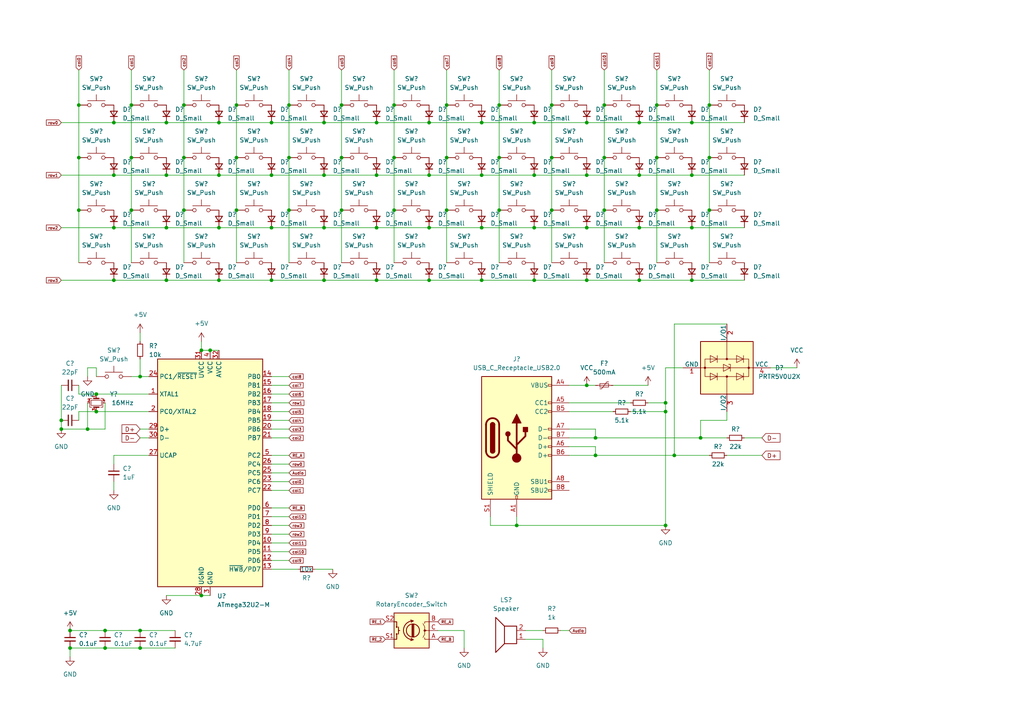
<source format=kicad_sch>
(kicad_sch (version 20211123) (generator eeschema)
  (paper "A4")
  (lib_symbols
    (symbol "Connector:USB_C_Receptacle_USB2.0" (pin_names (offset 1.016))
      (property "Reference" "J" (at -10.16 19.05 0))
      (property "Value" "USB_C_Receptacle_USB2.0" (at 19.05 19.05 0))
      (symbol "USB_C_Receptacle_USB2.0_1_1"
        (pin passive line (at 0 -22.86 90) (length 5.08) (name "GND") (number "A1"))
        (pin passive line (at 0 -22.86 90) (length 5.08) hide (name "GND") (number "A12"))
        (pin passive line (at 15.24 15.24 180) (length 5.08) (name "VBUS") (number "A4"))
        (pin bidirectional line (at 15.24 10.16 180) (length 5.08) (name "CC1") (number "A5"))
        (pin bidirectional line (at 15.24 -2.54 180) (length 5.08) (name "D+") (number "A6"))
        (pin bidirectional line (at 15.24 2.54 180) (length 5.08) (name "D-") (number "A7"))
        (pin bidirectional line (at 15.24 -12.7 180) (length 5.08) (name "SBU1") (number "A8"))
        (pin passive line (at 15.24 15.24 180) (length 5.08) hide (name "VBUS") (number "A9"))
        (pin passive line (at 0 -22.86 90) (length 5.08) hide (name "GND") (number "B1"))
        (pin passive line (at 0 -22.86 90) (length 5.08) hide (name "GND") (number "B12"))
        (pin passive line (at 15.24 15.24 180) (length 5.08) hide (name "VBUS") (number "B4"))
        (pin bidirectional line (at 15.24 7.62 180) (length 5.08) (name "CC2") (number "B5"))
        (pin bidirectional line (at 15.24 -5.08 180) (length 5.08) (name "D+") (number "B6"))
        (pin bidirectional line (at 15.24 0 180) (length 5.08) (name "D-") (number "B7"))
        (pin bidirectional line (at 15.24 -15.24 180) (length 5.08) (name "SBU2") (number "B8"))
        (pin passive line (at 15.24 15.24 180) (length 5.08) hide (name "VBUS") (number "B9"))
        (pin passive line (at -7.62 -22.86 90) (length 5.08) (name "SHIELD") (number "S1"))
      )
    )
    (symbol "Device:C_Small" (pin_numbers hide) (pin_names (offset 0.254) hide)
      (property "Reference" "C" (at 0.254 1.778 0))
      (property "Value" "C_Small" (at 0.254 -2.032 0))
      (symbol "C_Small_1_1"
        (pin passive line (at 0 2.54 270) (length 2.032) (name "~") (number "1"))
        (pin passive line (at 0 -2.54 90) (length 2.032) (name "~") (number "2"))
      )
    )
    (symbol "Device:Crystal_GND24_Small" (pin_names (offset 1.016) hide)
      (property "Reference" "Y" (at 1.27 4.445 0))
      (property "Value" "Crystal_GND24_Small" (at 1.27 2.54 0))
      (symbol "Crystal_GND24_Small_1_1"
        (pin passive line (at -2.54 0 0) (length 1.27) (name "1") (number "1"))
        (pin passive line (at 0 -2.54 90) (length 0.635) (name "2") (number "2"))
        (pin passive line (at 2.54 0 180) (length 1.27) (name "3") (number "3"))
        (pin passive line (at 0 2.54 270) (length 0.635) (name "4") (number "4"))
      )
    )
    (symbol "Device:D_Small" (pin_numbers hide) (pin_names (offset 0.254) hide)
      (property "Reference" "D" (at -1.27 2.032 0))
      (property "Value" "D_Small" (at -3.81 -2.032 0))
      (symbol "D_Small_1_1"
        (pin passive line (at -2.54 0 0) (length 1.778) (name "K") (number "1"))
        (pin passive line (at 2.54 0 180) (length 1.778) (name "A") (number "2"))
      )
    )
    (symbol "Device:Polyfuse_Small" (pin_numbers hide) (pin_names (offset 0))
      (property "Reference" "F" (at -1.905 0 90))
      (property "Value" "Polyfuse_Small" (at 1.905 0 90))
      (symbol "Polyfuse_Small_1_1"
        (pin passive line (at 0 2.54 270) (length 0.635) (name "~") (number "1"))
        (pin passive line (at 0 -2.54 90) (length 0.635) (name "~") (number "2"))
      )
    )
    (symbol "Device:R_Small" (pin_numbers hide) (pin_names (offset 0.254) hide)
      (property "Reference" "R" (at 0.762 0.508 0))
      (property "Value" "R_Small" (at 0.762 -1.016 0))
      (symbol "R_Small_1_1"
        (pin passive line (at 0 2.54 270) (length 0.762) (name "~") (number "1"))
        (pin passive line (at 0 -2.54 90) (length 0.762) (name "~") (number "2"))
      )
    )
    (symbol "Device:RotaryEncoder_Switch" (pin_names (offset 0.254) hide)
      (property "Reference" "SW" (at 0 6.604 0))
      (property "Value" "RotaryEncoder_Switch" (at 0 -6.604 0))
      (symbol "RotaryEncoder_Switch_1_1"
        (pin passive line (at -7.62 2.54 0) (length 2.54) (name "A") (number "A"))
        (pin passive line (at -7.62 -2.54 0) (length 2.54) (name "B") (number "B"))
        (pin passive line (at -7.62 0 0) (length 2.54) (name "C") (number "C"))
        (pin passive line (at 7.62 2.54 180) (length 2.54) (name "S1") (number "S1"))
        (pin passive line (at 7.62 -2.54 180) (length 2.54) (name "S2") (number "S2"))
      )
    )
    (symbol "Device:Speaker" (pin_names (offset 0) hide)
      (property "Reference" "LS" (at 1.27 5.715 0))
      (property "Value" "Speaker" (at 1.27 3.81 0))
      (symbol "Speaker_1_1"
        (pin input line (at -5.08 0 0) (length 2.54) (name "1") (number "1"))
        (pin input line (at -5.08 -2.54 0) (length 2.54) (name "2") (number "2"))
      )
    )
    (symbol "MCU_Microchip_ATmega:ATmega32U2-M"
      (property "Reference" "U" (at -15.24 34.29 0))
      (property "Value" "ATmega32U2-M" (at 2.54 -34.29 0))
      (symbol "ATmega32U2-M_1_1"
        (pin input line (at -17.78 22.86 0) (length 2.54) (name "XTAL1") (number "1"))
        (pin bidirectional line (at 17.78 -20.32 180) (length 2.54) (name "PD4") (number "10"))
        (pin bidirectional line (at 17.78 -22.86 180) (length 2.54) (name "PD5") (number "11"))
        (pin bidirectional line (at 17.78 -25.4 180) (length 2.54) (name "PD6") (number "12"))
        (pin bidirectional line (at 17.78 -27.94 180) (length 2.54) (name "~{HWB}/PD7") (number "13"))
        (pin bidirectional line (at 17.78 27.94 180) (length 2.54) (name "PB0") (number "14"))
        (pin bidirectional line (at 17.78 25.4 180) (length 2.54) (name "PB1") (number "15"))
        (pin bidirectional line (at 17.78 22.86 180) (length 2.54) (name "PB2") (number "16"))
        (pin bidirectional line (at 17.78 20.32 180) (length 2.54) (name "PB3") (number "17"))
        (pin bidirectional line (at 17.78 17.78 180) (length 2.54) (name "PB4") (number "18"))
        (pin bidirectional line (at 17.78 15.24 180) (length 2.54) (name "PB5") (number "19"))
        (pin bidirectional line (at -17.78 17.78 0) (length 2.54) (name "PC0/XTAL2") (number "2"))
        (pin bidirectional line (at 17.78 12.7 180) (length 2.54) (name "PB6") (number "20"))
        (pin bidirectional line (at 17.78 10.16 180) (length 2.54) (name "PB7") (number "21"))
        (pin bidirectional line (at 17.78 -5.08 180) (length 2.54) (name "PC7") (number "22"))
        (pin bidirectional line (at 17.78 -2.54 180) (length 2.54) (name "PC6") (number "23"))
        (pin bidirectional line (at -17.78 27.94 0) (length 2.54) (name "PC1/~{RESET}") (number "24"))
        (pin bidirectional line (at 17.78 0 180) (length 2.54) (name "PC5") (number "25"))
        (pin bidirectional line (at 17.78 2.54 180) (length 2.54) (name "PC4") (number "26"))
        (pin passive line (at -17.78 5.08 0) (length 2.54) (name "UCAP") (number "27"))
        (pin power_in line (at -2.54 -35.56 90) (length 2.54) (name "UGND") (number "28"))
        (pin bidirectional line (at -17.78 12.7 0) (length 2.54) (name "D+") (number "29"))
        (pin power_in line (at 0 -35.56 90) (length 2.54) (name "GND") (number "3"))
        (pin bidirectional line (at -17.78 10.16 0) (length 2.54) (name "D-") (number "30"))
        (pin power_in line (at -2.54 35.56 270) (length 2.54) (name "UVCC") (number "31"))
        (pin power_in line (at 2.54 35.56 270) (length 2.54) (name "AVCC") (number "32"))
        (pin passive line (at 0 -35.56 90) (length 2.54) hide (name "GND") (number "33"))
        (pin power_in line (at 0 35.56 270) (length 2.54) (name "VCC") (number "4"))
        (pin bidirectional line (at 17.78 5.08 180) (length 2.54) (name "PC2") (number "5"))
        (pin bidirectional line (at 17.78 -10.16 180) (length 2.54) (name "PD0") (number "6"))
        (pin bidirectional line (at 17.78 -12.7 180) (length 2.54) (name "PD1") (number "7"))
        (pin bidirectional line (at 17.78 -15.24 180) (length 2.54) (name "PD2") (number "8"))
        (pin bidirectional line (at 17.78 -17.78 180) (length 2.54) (name "PD3") (number "9"))
      )
    )
    (symbol "Power_Protection:PRTR5V0U2X" (pin_names (offset 0))
      (property "Reference" "D" (at 2.794 8.636 0))
      (property "Value" "PRTR5V0U2X" (at 8.128 -9.398 0))
      (symbol "PRTR5V0U2X_1_1"
        (pin passive line (at 0 -12.7 90) (length 5.08) (name "GND") (number "1"))
        (pin passive line (at -12.7 0 0) (length 5.08) (name "I/O1") (number "2"))
        (pin passive line (at 12.7 0 180) (length 5.08) (name "I/O2") (number "3"))
        (pin passive line (at 0 12.7 270) (length 5.08) (name "VCC") (number "4"))
      )
    )
    (symbol "Switch:SW_Push" (pin_numbers hide) (pin_names (offset 1.016) hide)
      (property "Reference" "SW" (at 1.27 2.54 0))
      (property "Value" "SW_Push" (at 0 -1.524 0))
      (symbol "SW_Push_0_1"
        (pin passive line (at -5.08 0 0) (length 2.54) (name "1") (number "1"))
        (pin passive line (at 5.08 0 180) (length 2.54) (name "2") (number "2"))
      )
    )
    (symbol "power:+5V" (power) (pin_names (offset 0))
      (property "Value" "+5V" (at 0 3.556 0))
      (symbol "+5V_1_1"
        (pin power_in line (at 0 0 90) (length 0) hide (name "+5V") (number "1"))
      )
    )
    (symbol "power:GND" (power) (pin_names (offset 0))
      (property "Value" "GND" (at 0 -3.81 0))
      (symbol "GND_1_1"
        (pin power_in line (at 0 0 270) (length 0) hide (name "GND") (number "1"))
      )
    )
    (symbol "power:VCC" (power) (pin_names (offset 0))
      (property "Value" "VCC" (at 0 3.81 0))
      (symbol "VCC_1_1"
        (pin power_in line (at 0 0 90) (length 0) hide (name "VCC") (number "1"))
      )
    )
  )
  (junction (at 144.78 30.48))
  (junction (at 205.74 60.96))
  (junction (at 190.5 60.96))
  (junction (at 99.06 30.48))
  (junction (at 68.58 30.48))
  (junction (at 124.46 66.04))
  (junction (at 83.82 30.48))
  (junction (at 38.1 30.48))
  (junction (at 40.64 109.22))
  (junction (at 139.7 35.56))
  (junction (at 109.22 35.56))
  (junction (at 20.32 182.88))
  (junction (at 60.96 101.6))
  (junction (at 30.48 182.88))
  (junction (at 93.98 50.8))
  (junction (at 99.06 45.72))
  (junction (at 93.98 66.04))
  (junction (at 124.46 35.56))
  (junction (at 22.86 60.96))
  (junction (at 170.18 81.28))
  (junction (at 63.5 35.56))
  (junction (at 58.42 172.72))
  (junction (at 193.04 152.4))
  (junction (at 154.94 35.56))
  (junction (at 78.74 81.28))
  (junction (at 139.7 66.04))
  (junction (at 20.32 187.96))
  (junction (at 185.42 81.28))
  (junction (at 22.86 45.72))
  (junction (at 17.78 124.46))
  (junction (at 78.74 50.8))
  (junction (at 48.26 66.04))
  (junction (at 124.46 81.28))
  (junction (at 78.74 66.04))
  (junction (at 160.02 30.48))
  (junction (at 109.22 81.28))
  (junction (at 170.18 111.76))
  (junction (at 114.3 45.72))
  (junction (at 190.5 45.72))
  (junction (at 195.58 132.08))
  (junction (at 30.48 187.96))
  (junction (at 99.06 60.96))
  (junction (at 48.26 81.28))
  (junction (at 114.3 60.96))
  (junction (at 53.34 30.48))
  (junction (at 33.02 81.28))
  (junction (at 129.54 60.96))
  (junction (at 154.94 66.04))
  (junction (at 129.54 30.48))
  (junction (at 38.1 60.96))
  (junction (at 129.54 45.72))
  (junction (at 93.98 81.28))
  (junction (at 200.66 35.56))
  (junction (at 139.7 81.28))
  (junction (at 109.22 66.04))
  (junction (at 53.34 60.96))
  (junction (at 63.5 50.8))
  (junction (at 200.66 66.04))
  (junction (at 124.46 50.8))
  (junction (at 175.26 30.48))
  (junction (at 68.58 60.96))
  (junction (at 33.02 66.04))
  (junction (at 17.78 121.92))
  (junction (at 205.74 45.72))
  (junction (at 200.66 81.28))
  (junction (at 93.98 35.56))
  (junction (at 160.02 60.96))
  (junction (at 48.26 50.8))
  (junction (at 83.82 45.72))
  (junction (at 170.18 66.04))
  (junction (at 78.74 35.56))
  (junction (at 175.26 45.72))
  (junction (at 190.5 30.48))
  (junction (at 53.34 45.72))
  (junction (at 114.3 30.48))
  (junction (at 40.64 182.88))
  (junction (at 27.94 114.3))
  (junction (at 144.78 45.72))
  (junction (at 193.04 119.38))
  (junction (at 58.42 101.6))
  (junction (at 200.66 50.8))
  (junction (at 172.72 127))
  (junction (at 27.94 119.38))
  (junction (at 33.02 35.56))
  (junction (at 149.86 152.4))
  (junction (at 33.02 50.8))
  (junction (at 22.86 30.48))
  (junction (at 175.26 60.96))
  (junction (at 205.74 30.48))
  (junction (at 185.42 66.04))
  (junction (at 48.26 35.56))
  (junction (at 25.4 124.46))
  (junction (at 185.42 35.56))
  (junction (at 109.22 50.8))
  (junction (at 193.04 116.84))
  (junction (at 203.2 127))
  (junction (at 144.78 60.96))
  (junction (at 185.42 50.8))
  (junction (at 170.18 35.56))
  (junction (at 38.1 45.72))
  (junction (at 160.02 45.72))
  (junction (at 172.72 132.08))
  (junction (at 139.7 50.8))
  (junction (at 154.94 50.8))
  (junction (at 40.64 187.96))
  (junction (at 83.82 60.96))
  (junction (at 154.94 81.28))
  (junction (at 63.5 81.28))
  (junction (at 63.5 66.04))
  (junction (at 170.18 50.8))
  (junction (at 68.58 45.72))
  (wire (pts (xy 160.02 20.32) (xy 160.02 30.48)))
  (wire (pts (xy 78.74 152.4) (xy 83.82 152.4)))
  (wire (pts (xy 200.66 66.04) (xy 215.9 66.04)))
  (wire (pts (xy 17.78 66.04) (xy 33.02 66.04)))
  (wire (pts (xy 93.98 66.04) (xy 109.22 66.04)))
  (wire (pts (xy 78.74 137.16) (xy 83.82 137.16)))
  (wire (pts (xy 27.94 119.38) (xy 43.18 119.38)))
  (wire (pts (xy 195.58 132.08) (xy 205.74 132.08)))
  (wire (pts (xy 175.26 20.32) (xy 175.26 30.48)))
  (wire (pts (xy 99.06 45.72) (xy 99.06 60.96)))
  (wire (pts (xy 162.56 182.88) (xy 165.1 182.88)))
  (wire (pts (xy 200.66 50.8) (xy 215.9 50.8)))
  (wire (pts (xy 193.04 119.38) (xy 193.04 152.4)))
  (wire (pts (xy 154.94 35.56) (xy 170.18 35.56)))
  (wire (pts (xy 154.94 81.28) (xy 170.18 81.28)))
  (wire (pts (xy 185.42 81.28) (xy 200.66 81.28)))
  (wire (pts (xy 139.7 81.28) (xy 154.94 81.28)))
  (wire (pts (xy 190.5 30.48) (xy 190.5 45.72)))
  (wire (pts (xy 25.4 106.68) (xy 25.4 109.22)))
  (wire (pts (xy 165.1 111.76) (xy 170.18 111.76)))
  (wire (pts (xy 157.48 185.42) (xy 157.48 187.96)))
  (wire (pts (xy 139.7 66.04) (xy 154.94 66.04)))
  (wire (pts (xy 38.1 45.72) (xy 38.1 60.96)))
  (wire (pts (xy 22.86 60.96) (xy 22.86 76.2)))
  (wire (pts (xy 129.54 30.48) (xy 129.54 45.72)))
  (wire (pts (xy 195.58 93.98) (xy 195.58 132.08)))
  (wire (pts (xy 17.78 50.8) (xy 33.02 50.8)))
  (wire (pts (xy 33.02 142.24) (xy 33.02 139.7)))
  (wire (pts (xy 53.34 60.96) (xy 53.34 76.2)))
  (wire (pts (xy 60.96 101.6) (xy 63.5 101.6)))
  (wire (pts (xy 172.72 129.54) (xy 172.72 132.08)))
  (wire (pts (xy 53.34 30.48) (xy 53.34 45.72)))
  (wire (pts (xy 17.78 81.28) (xy 33.02 81.28)))
  (wire (pts (xy 83.82 30.48) (xy 83.82 45.72)))
  (wire (pts (xy 20.32 187.96) (xy 30.48 187.96)))
  (wire (pts (xy 63.5 50.8) (xy 78.74 50.8)))
  (wire (pts (xy 127 182.88) (xy 134.62 182.88)))
  (wire (pts (xy 149.86 152.4) (xy 193.04 152.4)))
  (wire (pts (xy 38.1 60.96) (xy 38.1 76.2)))
  (wire (pts (xy 154.94 50.8) (xy 170.18 50.8)))
  (wire (pts (xy 93.98 50.8) (xy 109.22 50.8)))
  (wire (pts (xy 205.74 60.96) (xy 205.74 76.2)))
  (wire (pts (xy 63.5 66.04) (xy 78.74 66.04)))
  (wire (pts (xy 134.62 182.88) (xy 134.62 187.96)))
  (wire (pts (xy 25.4 116.84) (xy 25.4 124.46)))
  (wire (pts (xy 33.02 132.08) (xy 43.18 132.08)))
  (wire (pts (xy 210.82 119.38) (xy 210.82 121.92)))
  (wire (pts (xy 68.58 20.32) (xy 68.58 30.48)))
  (wire (pts (xy 165.1 119.38) (xy 177.8 119.38)))
  (wire (pts (xy 22.86 121.92) (xy 22.86 119.38)))
  (wire (pts (xy 58.42 101.6) (xy 60.96 101.6)))
  (wire (pts (xy 93.98 81.28) (xy 109.22 81.28)))
  (wire (pts (xy 172.72 127) (xy 203.2 127)))
  (wire (pts (xy 68.58 60.96) (xy 68.58 76.2)))
  (wire (pts (xy 149.86 149.86) (xy 149.86 152.4)))
  (wire (pts (xy 78.74 81.28) (xy 93.98 81.28)))
  (wire (pts (xy 198.12 106.68) (xy 193.04 106.68)))
  (wire (pts (xy 27.94 114.3) (xy 43.18 114.3)))
  (wire (pts (xy 99.06 20.32) (xy 99.06 30.48)))
  (wire (pts (xy 160.02 60.96) (xy 160.02 76.2)))
  (wire (pts (xy 48.26 66.04) (xy 63.5 66.04)))
  (wire (pts (xy 38.1 109.22) (xy 40.64 109.22)))
  (wire (pts (xy 210.82 93.98) (xy 195.58 93.98)))
  (wire (pts (xy 165.1 124.46) (xy 172.72 124.46)))
  (wire (pts (xy 20.32 187.96) (xy 20.32 190.5)))
  (wire (pts (xy 78.74 50.8) (xy 93.98 50.8)))
  (wire (pts (xy 17.78 111.76) (xy 17.78 121.92)))
  (wire (pts (xy 63.5 35.56) (xy 78.74 35.56)))
  (wire (pts (xy 78.74 116.84) (xy 83.82 116.84)))
  (wire (pts (xy 78.74 134.62) (xy 83.82 134.62)))
  (wire (pts (xy 124.46 35.56) (xy 139.7 35.56)))
  (wire (pts (xy 78.74 142.24) (xy 83.82 142.24)))
  (wire (pts (xy 78.74 147.32) (xy 83.82 147.32)))
  (wire (pts (xy 83.82 45.72) (xy 83.82 60.96)))
  (wire (pts (xy 30.48 116.84) (xy 30.48 124.46)))
  (wire (pts (xy 170.18 50.8) (xy 185.42 50.8)))
  (wire (pts (xy 175.26 30.48) (xy 175.26 45.72)))
  (wire (pts (xy 109.22 66.04) (xy 124.46 66.04)))
  (wire (pts (xy 109.22 50.8) (xy 124.46 50.8)))
  (wire (pts (xy 165.1 129.54) (xy 172.72 129.54)))
  (wire (pts (xy 78.74 132.08) (xy 83.82 132.08)))
  (wire (pts (xy 40.64 104.14) (xy 40.64 109.22)))
  (wire (pts (xy 40.64 124.46) (xy 43.18 124.46)))
  (wire (pts (xy 99.06 30.48) (xy 99.06 45.72)))
  (wire (pts (xy 48.26 50.8) (xy 63.5 50.8)))
  (wire (pts (xy 78.74 35.56) (xy 93.98 35.56)))
  (wire (pts (xy 33.02 132.08) (xy 33.02 134.62)))
  (wire (pts (xy 124.46 50.8) (xy 139.7 50.8)))
  (wire (pts (xy 114.3 60.96) (xy 114.3 76.2)))
  (wire (pts (xy 40.64 96.52) (xy 40.64 99.06)))
  (wire (pts (xy 22.86 20.32) (xy 22.86 30.48)))
  (wire (pts (xy 129.54 45.72) (xy 129.54 60.96)))
  (wire (pts (xy 223.52 106.68) (xy 231.14 106.68)))
  (wire (pts (xy 38.1 20.32) (xy 38.1 30.48)))
  (wire (pts (xy 142.24 149.86) (xy 142.24 152.4)))
  (wire (pts (xy 30.48 187.96) (xy 40.64 187.96)))
  (wire (pts (xy 170.18 66.04) (xy 185.42 66.04)))
  (wire (pts (xy 175.26 45.72) (xy 175.26 60.96)))
  (wire (pts (xy 53.34 20.32) (xy 53.34 30.48)))
  (wire (pts (xy 190.5 60.96) (xy 190.5 76.2)))
  (wire (pts (xy 38.1 30.48) (xy 38.1 45.72)))
  (wire (pts (xy 78.74 66.04) (xy 93.98 66.04)))
  (wire (pts (xy 40.64 109.22) (xy 43.18 109.22)))
  (wire (pts (xy 22.86 30.48) (xy 22.86 45.72)))
  (wire (pts (xy 139.7 35.56) (xy 154.94 35.56)))
  (wire (pts (xy 129.54 60.96) (xy 129.54 76.2)))
  (wire (pts (xy 205.74 30.48) (xy 205.74 45.72)))
  (wire (pts (xy 185.42 50.8) (xy 200.66 50.8)))
  (wire (pts (xy 165.1 127) (xy 172.72 127)))
  (wire (pts (xy 160.02 30.48) (xy 160.02 45.72)))
  (wire (pts (xy 27.94 106.68) (xy 25.4 106.68)))
  (wire (pts (xy 99.06 60.96) (xy 99.06 76.2)))
  (wire (pts (xy 170.18 81.28) (xy 185.42 81.28)))
  (wire (pts (xy 144.78 30.48) (xy 144.78 45.72)))
  (wire (pts (xy 91.44 165.1) (xy 96.52 165.1)))
  (wire (pts (xy 93.98 35.56) (xy 109.22 35.56)))
  (wire (pts (xy 58.42 172.72) (xy 60.96 172.72)))
  (wire (pts (xy 33.02 66.04) (xy 48.26 66.04)))
  (wire (pts (xy 22.86 111.76) (xy 22.86 114.3)))
  (wire (pts (xy 114.3 30.48) (xy 114.3 45.72)))
  (wire (pts (xy 78.74 139.7) (xy 83.82 139.7)))
  (wire (pts (xy 193.04 116.84) (xy 193.04 119.38)))
  (wire (pts (xy 124.46 81.28) (xy 139.7 81.28)))
  (wire (pts (xy 78.74 109.22) (xy 83.82 109.22)))
  (wire (pts (xy 78.74 160.02) (xy 83.82 160.02)))
  (wire (pts (xy 185.42 35.56) (xy 200.66 35.56)))
  (wire (pts (xy 185.42 66.04) (xy 200.66 66.04)))
  (wire (pts (xy 205.74 45.72) (xy 205.74 60.96)))
  (wire (pts (xy 109.22 81.28) (xy 124.46 81.28)))
  (wire (pts (xy 170.18 35.56) (xy 185.42 35.56)))
  (wire (pts (xy 177.8 111.76) (xy 187.96 111.76)))
  (wire (pts (xy 33.02 35.56) (xy 48.26 35.56)))
  (wire (pts (xy 25.4 124.46) (xy 17.78 124.46)))
  (wire (pts (xy 78.74 114.3) (xy 83.82 114.3)))
  (wire (pts (xy 22.86 119.38) (xy 27.94 119.38)))
  (wire (pts (xy 22.86 114.3) (xy 27.94 114.3)))
  (wire (pts (xy 83.82 60.96) (xy 83.82 76.2)))
  (wire (pts (xy 172.72 124.46) (xy 172.72 127)))
  (wire (pts (xy 152.4 182.88) (xy 157.48 182.88)))
  (wire (pts (xy 152.4 185.42) (xy 157.48 185.42)))
  (wire (pts (xy 114.3 20.32) (xy 114.3 30.48)))
  (wire (pts (xy 17.78 35.56) (xy 33.02 35.56)))
  (wire (pts (xy 190.5 20.32) (xy 190.5 30.48)))
  (wire (pts (xy 48.26 81.28) (xy 63.5 81.28)))
  (wire (pts (xy 30.48 124.46) (xy 25.4 124.46)))
  (wire (pts (xy 78.74 154.94) (xy 83.82 154.94)))
  (wire (pts (xy 20.32 182.88) (xy 30.48 182.88)))
  (wire (pts (xy 78.74 149.86) (xy 83.82 149.86)))
  (wire (pts (xy 40.64 127) (xy 43.18 127)))
  (wire (pts (xy 78.74 121.92) (xy 83.82 121.92)))
  (wire (pts (xy 114.3 45.72) (xy 114.3 60.96)))
  (wire (pts (xy 154.94 66.04) (xy 170.18 66.04)))
  (wire (pts (xy 200.66 35.56) (xy 215.9 35.56)))
  (wire (pts (xy 139.7 50.8) (xy 154.94 50.8)))
  (wire (pts (xy 172.72 132.08) (xy 195.58 132.08)))
  (wire (pts (xy 165.1 132.08) (xy 172.72 132.08)))
  (wire (pts (xy 165.1 116.84) (xy 182.88 116.84)))
  (wire (pts (xy 78.74 157.48) (xy 83.82 157.48)))
  (wire (pts (xy 40.64 182.88) (xy 50.8 182.88)))
  (wire (pts (xy 144.78 60.96) (xy 144.78 76.2)))
  (wire (pts (xy 203.2 121.92) (xy 203.2 127)))
  (wire (pts (xy 63.5 81.28) (xy 78.74 81.28)))
  (wire (pts (xy 48.26 35.56) (xy 63.5 35.56)))
  (wire (pts (xy 175.26 60.96) (xy 175.26 76.2)))
  (wire (pts (xy 17.78 121.92) (xy 17.78 124.46)))
  (wire (pts (xy 182.88 119.38) (xy 193.04 119.38)))
  (wire (pts (xy 187.96 116.84) (xy 193.04 116.84)))
  (wire (pts (xy 53.34 45.72) (xy 53.34 60.96)))
  (wire (pts (xy 78.74 111.76) (xy 83.82 111.76)))
  (wire (pts (xy 200.66 81.28) (xy 215.9 81.28)))
  (wire (pts (xy 203.2 127) (xy 210.82 127)))
  (wire (pts (xy 58.42 172.72) (xy 48.26 172.72)))
  (wire (pts (xy 215.9 127) (xy 220.98 127)))
  (wire (pts (xy 129.54 20.32) (xy 129.54 30.48)))
  (wire (pts (xy 78.74 127) (xy 83.82 127)))
  (wire (pts (xy 83.82 20.32) (xy 83.82 30.48)))
  (wire (pts (xy 78.74 165.1) (xy 86.36 165.1)))
  (wire (pts (xy 144.78 45.72) (xy 144.78 60.96)))
  (wire (pts (xy 149.86 152.4) (xy 142.24 152.4)))
  (wire (pts (xy 33.02 50.8) (xy 48.26 50.8)))
  (wire (pts (xy 210.82 121.92) (xy 203.2 121.92)))
  (wire (pts (xy 78.74 124.46) (xy 83.82 124.46)))
  (wire (pts (xy 22.86 45.72) (xy 22.86 60.96)))
  (wire (pts (xy 68.58 30.48) (xy 68.58 45.72)))
  (wire (pts (xy 58.42 99.06) (xy 58.42 101.6)))
  (wire (pts (xy 205.74 20.32) (xy 205.74 30.48)))
  (wire (pts (xy 124.46 66.04) (xy 139.7 66.04)))
  (wire (pts (xy 160.02 45.72) (xy 160.02 60.96)))
  (wire (pts (xy 68.58 45.72) (xy 68.58 60.96)))
  (wire (pts (xy 144.78 20.32) (xy 144.78 30.48)))
  (wire (pts (xy 109.22 35.56) (xy 124.46 35.56)))
  (wire (pts (xy 78.74 162.56) (xy 83.82 162.56)))
  (wire (pts (xy 40.64 187.96) (xy 50.8 187.96)))
  (wire (pts (xy 170.18 111.76) (xy 172.72 111.76)))
  (wire (pts (xy 78.74 119.38) (xy 83.82 119.38)))
  (wire (pts (xy 210.82 132.08) (xy 220.98 132.08)))
  (wire (pts (xy 33.02 81.28) (xy 48.26 81.28)))
  (wire (pts (xy 190.5 45.72) (xy 190.5 60.96)))
  (wire (pts (xy 193.04 106.68) (xy 193.04 116.84)))
  (wire (pts (xy 27.94 109.22) (xy 27.94 106.68)))
  (wire (pts (xy 30.48 182.88) (xy 40.64 182.88)))
  (global_label "col3" (shape input) (at 83.82 124.46 0) (effects (font (size 0.8 0.8))) (property "Intersheet References" "${INTERSHEET_REFS}" (effects hide)))
  (global_label "col5" (shape input) (at 99.06 20.32 90) (effects (font (size 0.8 0.8))) (property "Intersheet References" "${INTERSHEET_REFS}" (effects hide)))
  (global_label "col11" (shape input) (at 83.82 157.48 0) (effects (font (size 0.8 0.8))) (property "Intersheet References" "${INTERSHEET_REFS}" (effects hide)))
  (global_label "col2" (shape input) (at 83.82 127 0) (effects (font (size 0.8 0.8))) (property "Intersheet References" "${INTERSHEET_REFS}" (effects hide)))
  (global_label "RE_B" (shape input) (at 127 185.42 0) (effects (font (size 0.8 0.8))) (property "Intersheet References" "${INTERSHEET_REFS}" (effects hide)))
  (global_label "col10" (shape input) (at 175.26 20.32 90) (effects (font (size 0.8 0.8))) (property "Intersheet References" "${INTERSHEET_REFS}" (effects hide)))
  (global_label "col4" (shape input) (at 83.82 121.92 0) (effects (font (size 0.8 0.8))) (property "Intersheet References" "${INTERSHEET_REFS}" (effects hide)))
  (global_label "col12" (shape input) (at 83.82 149.86 0) (effects (font (size 0.8 0.8))) (property "Intersheet References" "${INTERSHEET_REFS}" (effects hide)))
  (global_label "col8" (shape input) (at 144.78 20.32 90) (effects (font (size 0.8 0.8))) (property "Intersheet References" "${INTERSHEET_REFS}" (effects hide)))
  (global_label "col3" (shape input) (at 68.58 20.32 90) (effects (font (size 0.8 0.8))) (property "Intersheet References" "${INTERSHEET_REFS}" (effects hide)))
  (global_label "col5" (shape input) (at 83.82 119.38 0) (effects (font (size 0.8 0.8))) (property "Intersheet References" "${INTERSHEET_REFS}" (effects hide)))
  (global_label "col12" (shape input) (at 205.74 20.32 90) (effects (font (size 0.8 0.8))) (property "Intersheet References" "${INTERSHEET_REFS}" (effects hide)))
  (global_label "RE_B" (shape input) (at 83.82 147.32 0) (effects (font (size 0.8 0.8))) (property "Intersheet References" "${INTERSHEET_REFS}" (effects hide)))
  (global_label "col11" (shape input) (at 190.5 20.32 90) (effects (font (size 0.8 0.8))) (property "Intersheet References" "${INTERSHEET_REFS}" (effects hide)))
  (global_label "row2" (shape input) (at 17.78 66.04 180) (effects (font (size 0.8 0.8))) (property "Intersheet References" "${INTERSHEET_REFS}" (effects hide)))
  (global_label "row0" (shape input) (at 17.78 35.56 180) (effects (font (size 0.8 0.8))) (property "Intersheet References" "${INTERSHEET_REFS}" (effects hide)))
  (global_label "RE_A" (shape input) (at 83.82 132.08 0) (effects (font (size 0.8 0.8))) (property "Intersheet References" "${INTERSHEET_REFS}" (effects hide)))
  (global_label "row3" (shape input) (at 17.78 81.28 180) (effects (font (size 0.8 0.8))) (property "Intersheet References" "${INTERSHEET_REFS}" (effects hide)))
  (global_label "col10" (shape input) (at 83.82 160.02 0) (effects (font (size 0.8 0.8))) (property "Intersheet References" "${INTERSHEET_REFS}" (effects hide)))
  (global_label "col0" (shape input) (at 83.82 139.7 0) (effects (font (size 0.8 0.8))) (property "Intersheet References" "${INTERSHEET_REFS}" (effects hide)))
  (global_label "col1" (shape input) (at 38.1 20.32 90) (effects (font (size 0.8 0.8))) (property "Intersheet References" "${INTERSHEET_REFS}" (effects hide)))
  (global_label "col6" (shape input) (at 83.82 114.3 0) (effects (font (size 0.8 0.8))) (property "Intersheet References" "${INTERSHEET_REFS}" (effects hide)))
  (global_label "D-" (shape input) (at 40.64 127 180) (property "Intersheet References" "${INTERSHEET_REFS}" (effects hide)))
  (global_label "col7" (shape input) (at 83.82 111.76 0) (effects (font (size 0.8 0.8))) (property "Intersheet References" "${INTERSHEET_REFS}" (effects hide)))
  (global_label "col9" (shape input) (at 160.02 20.32 90) (effects (font (size 0.8 0.8))) (property "Intersheet References" "${INTERSHEET_REFS}" (effects hide)))
  (global_label "RE_1" (shape input) (at 111.76 180.34 180) (effects (font (size 0.8 0.8))) (property "Intersheet References" "${INTERSHEET_REFS}" (effects hide)))
  (global_label "Audio" (shape input) (at 83.82 137.16 0) (effects (font (size 0.8 0.8))) (property "Intersheet References" "${INTERSHEET_REFS}" (effects hide)))
  (global_label "D-" (shape input) (at 220.98 127 0) (property "Intersheet References" "${INTERSHEET_REFS}" (effects hide)))
  (global_label "col8" (shape input) (at 83.82 109.22 0) (effects (font (size 0.8 0.8))) (property "Intersheet References" "${INTERSHEET_REFS}" (effects hide)))
  (global_label "D+" (shape input) (at 40.64 124.46 180) (property "Intersheet References" "${INTERSHEET_REFS}" (effects hide)))
  (global_label "row1" (shape input) (at 17.78 50.8 180) (effects (font (size 0.8 0.8))) (property "Intersheet References" "${INTERSHEET_REFS}" (effects hide)))
  (global_label "col6" (shape input) (at 114.3 20.32 90) (effects (font (size 0.8 0.8))) (property "Intersheet References" "${INTERSHEET_REFS}" (effects hide)))
  (global_label "col7" (shape input) (at 129.54 20.32 90) (effects (font (size 0.8 0.8))) (property "Intersheet References" "${INTERSHEET_REFS}" (effects hide)))
  (global_label "col0" (shape input) (at 22.86 20.32 90) (effects (font (size 0.8 0.8))) (property "Intersheet References" "${INTERSHEET_REFS}" (effects hide)))
  (global_label "Audio" (shape input) (at 165.1 182.88 0) (effects (font (size 0.8 0.8))) (property "Intersheet References" "${INTERSHEET_REFS}" (effects hide)))
  (global_label "RE_2" (shape input) (at 111.76 185.42 180) (effects (font (size 0.8 0.8))) (property "Intersheet References" "${INTERSHEET_REFS}" (effects hide)))
  (global_label "col2" (shape input) (at 53.34 20.32 90) (effects (font (size 0.8 0.8))) (property "Intersheet References" "${INTERSHEET_REFS}" (effects hide)))
  (global_label "D+" (shape input) (at 220.98 132.08 0) (property "Intersheet References" "${INTERSHEET_REFS}" (effects hide)))
  (global_label "row1" (shape input) (at 83.82 116.84 0) (effects (font (size 0.8 0.8))) (property "Intersheet References" "${INTERSHEET_REFS}" (effects hide)))
  (global_label "col1" (shape input) (at 83.82 142.24 0) (effects (font (size 0.8 0.8))) (property "Intersheet References" "${INTERSHEET_REFS}" (effects hide)))
  (global_label "row2" (shape input) (at 83.82 154.94 0) (effects (font (size 0.8 0.8))) (property "Intersheet References" "${INTERSHEET_REFS}" (effects hide)))
  (global_label "col4" (shape input) (at 83.82 20.32 90) (effects (font (size 0.8 0.8))) (property "Intersheet References" "${INTERSHEET_REFS}" (effects hide)))
  (global_label "row3" (shape input) (at 83.82 152.4 0) (effects (font (size 0.8 0.8))) (property "Intersheet References" "${INTERSHEET_REFS}" (effects hide)))
  (global_label "col9" (shape input) (at 83.82 162.56 0) (effects (font (size 0.8 0.8))) (property "Intersheet References" "${INTERSHEET_REFS}" (effects hide)))
  (global_label "RE_A" (shape input) (at 127 180.34 0) (effects (font (size 0.8 0.8))) (property "Intersheet References" "${INTERSHEET_REFS}" (effects hide)))
  (global_label "row0" (shape input) (at 83.82 134.62 0) (effects (font (size 0.8 0.8))) (property "Intersheet References" "${INTERSHEET_REFS}" (effects hide)))
  (symbol (lib_id "Device:D_Small") (at 170.18 78.74 90) (unit 1)
    (property "Reference" "D?" (at 172.72 77.4699 90) (effects (justify right)))
    (property "Value" "D_Small" (at 172.72 80.0099 90) (effects (justify right)))
  )
  (symbol (lib_id "Device:D_Small") (at 215.9 48.26 90) (unit 1)
    (property "Reference" "D?" (at 218.44 46.9899 90) (effects (justify right)))
    (property "Value" "D_Small" (at 218.44 49.5299 90) (effects (justify right)))
  )
  (symbol (lib_id "Device:D_Small") (at 170.18 48.26 90) (unit 1)
    (property "Reference" "D?" (at 172.72 46.9899 90) (effects (justify right)))
    (property "Value" "D_Small" (at 172.72 49.5299 90) (effects (justify right)))
  )
  (symbol (lib_id "Switch:SW_Push") (at 43.18 76.2 0) (unit 1)
    (property "Reference" "SW?" (at 43.18 68.58 0))
    (property "Value" "SW_Push" (at 43.18 71.12 0))
  )
  (symbol (lib_id "Device:D_Small") (at 215.9 78.74 90) (unit 1)
    (property "Reference" "D?" (at 218.44 77.4699 90) (effects (justify right)))
    (property "Value" "D_Small" (at 218.44 80.0099 90) (effects (justify right)))
  )
  (symbol (lib_id "power:GND") (at 17.78 124.46 0) (unit 1)
    (property "Reference" "#PWR?" (effects hide))
    (property "Value" "GND" (at 17.78 129.54 0))
  )
  (symbol (lib_id "Device:R_Small") (at 180.34 119.38 90) (unit 1)
    (property "Reference" "R?" (at 180.34 116.84 90))
    (property "Value" "5.1k" (at 180.34 121.92 90))
  )
  (symbol (lib_id "Switch:SW_Push") (at 33.02 109.22 0) (unit 1)
    (property "Reference" "SW?" (at 33.02 101.6 0))
    (property "Value" "SW_Push" (at 33.02 104.14 0))
  )
  (symbol (lib_id "Device:D_Small") (at 154.94 33.02 90) (unit 1)
    (property "Reference" "D?" (at 157.48 31.7499 90) (effects (justify right)))
    (property "Value" "D_Small" (at 157.48 34.2899 90) (effects (justify right)))
  )
  (symbol (lib_id "power:+5V") (at 20.32 182.88 0) (unit 1)
    (property "Reference" "#PWR?" (effects hide))
    (property "Value" "+5V" (at 20.32 177.8 0))
  )
  (symbol (lib_id "Switch:SW_Push") (at 88.9 45.72 0) (unit 1)
    (property "Reference" "SW?" (at 88.9 38.1 0))
    (property "Value" "SW_Push" (at 88.9 40.64 0))
  )
  (symbol (lib_id "Device:D_Small") (at 185.42 33.02 90) (unit 1)
    (property "Reference" "D?" (at 187.96 31.7499 90) (effects (justify right)))
    (property "Value" "D_Small" (at 187.96 34.2899 90) (effects (justify right)))
  )
  (symbol (lib_id "Switch:SW_Push") (at 58.42 76.2 0) (unit 1)
    (property "Reference" "SW?" (at 58.42 68.58 0))
    (property "Value" "SW_Push" (at 58.42 71.12 0))
  )
  (symbol (lib_id "Device:D_Small") (at 93.98 63.5 90) (unit 1)
    (property "Reference" "D?" (at 96.52 62.2299 90) (effects (justify right)))
    (property "Value" "D_Small" (at 96.52 64.7699 90) (effects (justify right)))
  )
  (symbol (lib_id "Switch:SW_Push") (at 195.58 76.2 0) (unit 1)
    (property "Reference" "SW?" (at 195.58 68.58 0))
    (property "Value" "SW_Push" (at 195.58 71.12 0))
  )
  (symbol (lib_id "Device:D_Small") (at 93.98 33.02 90) (unit 1)
    (property "Reference" "D?" (at 96.52 31.7499 90) (effects (justify right)))
    (property "Value" "D_Small" (at 96.52 34.2899 90) (effects (justify right)))
  )
  (symbol (lib_id "Device:D_Small") (at 78.74 78.74 90) (unit 1)
    (property "Reference" "D?" (at 81.28 77.4699 90) (effects (justify right)))
    (property "Value" "D_Small" (at 81.28 80.0099 90) (effects (justify right)))
  )
  (symbol (lib_id "Switch:SW_Push") (at 27.94 30.48 0) (unit 1)
    (property "Reference" "SW?" (at 27.94 22.86 0))
    (property "Value" "SW_Push" (at 27.94 25.4 0))
  )
  (symbol (lib_id "Switch:SW_Push") (at 73.66 45.72 0) (unit 1)
    (property "Reference" "SW?" (at 73.66 38.1 0))
    (property "Value" "SW_Push" (at 73.66 40.64 0))
  )
  (symbol (lib_id "power:GND") (at 33.02 142.24 0) (unit 1)
    (property "Reference" "#PWR?" (effects hide))
    (property "Value" "GND" (at 33.02 147.32 0))
  )
  (symbol (lib_id "power:VCC") (at 170.18 111.76 0) (unit 1)
    (property "Reference" "#PWR?" (effects hide))
    (property "Value" "VCC" (at 170.18 106.68 0))
  )
  (symbol (lib_id "Switch:SW_Push") (at 195.58 45.72 0) (unit 1)
    (property "Reference" "SW?" (at 195.58 38.1 0))
    (property "Value" "SW_Push" (at 195.58 40.64 0))
  )
  (symbol (lib_id "Device:D_Small") (at 200.66 78.74 90) (unit 1)
    (property "Reference" "D?" (at 203.2 77.4699 90) (effects (justify right)))
    (property "Value" "D_Small" (at 203.2 80.0099 90) (effects (justify right)))
  )
  (symbol (lib_id "Switch:SW_Push") (at 134.62 60.96 0) (unit 1)
    (property "Reference" "SW?" (at 134.62 53.34 0))
    (property "Value" "SW_Push" (at 134.62 55.88 0))
  )
  (symbol (lib_id "Device:D_Small") (at 124.46 48.26 90) (unit 1)
    (property "Reference" "D?" (at 127 46.9899 90) (effects (justify right)))
    (property "Value" "D_Small" (at 127 49.5299 90) (effects (justify right)))
  )
  (symbol (lib_id "Device:D_Small") (at 63.5 33.02 90) (unit 1)
    (property "Reference" "D?" (at 66.04 31.7499 90) (effects (justify right)))
    (property "Value" "D_Small" (at 66.04 34.2899 90) (effects (justify right)))
  )
  (symbol (lib_id "Switch:SW_Push") (at 43.18 45.72 0) (unit 1)
    (property "Reference" "SW?" (at 43.18 38.1 0))
    (property "Value" "SW_Push" (at 43.18 40.64 0))
  )
  (symbol (lib_id "Device:D_Small") (at 48.26 78.74 90) (unit 1)
    (property "Reference" "D?" (at 50.8 77.4699 90) (effects (justify right)))
    (property "Value" "D_Small" (at 50.8 80.0099 90) (effects (justify right)))
  )
  (symbol (lib_id "Device:D_Small") (at 33.02 33.02 90) (unit 1)
    (property "Reference" "D?" (at 35.56 31.7499 90) (effects (justify right)))
    (property "Value" "D_Small" (at 35.56 34.2899 90) (effects (justify right)))
  )
  (symbol (lib_id "Switch:SW_Push") (at 58.42 30.48 0) (unit 1)
    (property "Reference" "SW?" (at 58.42 22.86 0))
    (property "Value" "SW_Push" (at 58.42 25.4 0))
  )
  (symbol (lib_id "Device:D_Small") (at 48.26 63.5 90) (unit 1)
    (property "Reference" "D?" (at 50.8 62.2299 90) (effects (justify right)))
    (property "Value" "D_Small" (at 50.8 64.7699 90) (effects (justify right)))
  )
  (symbol (lib_id "Device:D_Small") (at 200.66 63.5 90) (unit 1)
    (property "Reference" "D?" (at 203.2 62.2299 90) (effects (justify right)))
    (property "Value" "D_Small" (at 203.2 64.7699 90) (effects (justify right)))
  )
  (symbol (lib_id "Switch:SW_Push") (at 119.38 30.48 0) (unit 1)
    (property "Reference" "SW?" (at 119.38 22.86 0))
    (property "Value" "SW_Push" (at 119.38 25.4 0))
  )
  (symbol (lib_id "Device:D_Small") (at 139.7 48.26 90) (unit 1)
    (property "Reference" "D?" (at 142.24 46.9899 90) (effects (justify right)))
    (property "Value" "D_Small" (at 142.24 49.5299 90) (effects (justify right)))
  )
  (symbol (lib_id "Device:D_Small") (at 48.26 33.02 90) (unit 1)
    (property "Reference" "D?" (at 50.8 31.7499 90) (effects (justify right)))
    (property "Value" "D_Small" (at 50.8 34.2899 90) (effects (justify right)))
  )
  (symbol (lib_id "Switch:SW_Push") (at 149.86 30.48 0) (unit 1)
    (property "Reference" "SW?" (at 149.86 22.86 0))
    (property "Value" "SW_Push" (at 149.86 25.4 0))
  )
  (symbol (lib_id "Switch:SW_Push") (at 88.9 76.2 0) (unit 1)
    (property "Reference" "SW?" (at 88.9 68.58 0))
    (property "Value" "SW_Push" (at 88.9 71.12 0))
  )
  (symbol (lib_id "Device:D_Small") (at 170.18 33.02 90) (unit 1)
    (property "Reference" "D?" (at 172.72 31.7499 90) (effects (justify right)))
    (property "Value" "D_Small" (at 172.72 34.2899 90) (effects (justify right)))
  )
  (symbol (lib_id "Device:C_Small") (at 33.02 137.16 0) (unit 1)
    (property "Reference" "C?" (at 35.56 135.8962 0) (effects (justify left)))
    (property "Value" "1uF" (at 35.56 138.4362 0) (effects (justify left)))
  )
  (symbol (lib_id "Switch:SW_Push") (at 119.38 60.96 0) (unit 1)
    (property "Reference" "SW?" (at 119.38 53.34 0))
    (property "Value" "SW_Push" (at 119.38 55.88 0))
  )
  (symbol (lib_id "Switch:SW_Push") (at 43.18 60.96 0) (unit 1)
    (property "Reference" "SW?" (at 43.18 53.34 0))
    (property "Value" "SW_Push" (at 43.18 55.88 0))
  )
  (symbol (lib_id "Device:D_Small") (at 109.22 63.5 90) (unit 1)
    (property "Reference" "D?" (at 111.76 62.2299 90) (effects (justify right)))
    (property "Value" "D_Small" (at 111.76 64.7699 90) (effects (justify right)))
  )
  (symbol (lib_id "Device:C_Small") (at 20.32 111.76 270) (unit 1)
    (property "Reference" "C?" (at 20.3136 105.41 90))
    (property "Value" "22pF" (at 20.3136 107.95 90))
  )
  (symbol (lib_id "Device:D_Small") (at 93.98 78.74 90) (unit 1)
    (property "Reference" "D?" (at 96.52 77.4699 90) (effects (justify right)))
    (property "Value" "D_Small" (at 96.52 80.0099 90) (effects (justify right)))
  )
  (symbol (lib_id "Switch:SW_Push") (at 180.34 45.72 0) (unit 1)
    (property "Reference" "SW?" (at 180.34 38.1 0))
    (property "Value" "SW_Push" (at 180.34 40.64 0))
  )
  (symbol (lib_id "Switch:SW_Push") (at 73.66 60.96 0) (unit 1)
    (property "Reference" "SW?" (at 73.66 53.34 0))
    (property "Value" "SW_Push" (at 73.66 55.88 0))
  )
  (symbol (lib_id "Switch:SW_Push") (at 88.9 60.96 0) (unit 1)
    (property "Reference" "SW?" (at 88.9 53.34 0))
    (property "Value" "SW_Push" (at 88.9 55.88 0))
  )
  (symbol (lib_id "Switch:SW_Push") (at 195.58 30.48 0) (unit 1)
    (property "Reference" "SW?" (at 195.58 22.86 0))
    (property "Value" "SW_Push" (at 195.58 25.4 0))
  )
  (symbol (lib_id "power:GND") (at 20.32 190.5 0) (unit 1)
    (property "Reference" "#PWR?" (effects hide))
    (property "Value" "GND" (at 20.32 195.58 0))
  )
  (symbol (lib_id "Switch:SW_Push") (at 134.62 76.2 0) (unit 1)
    (property "Reference" "SW?" (at 134.62 68.58 0))
    (property "Value" "SW_Push" (at 134.62 71.12 0))
  )
  (symbol (lib_id "power:GND") (at 157.48 187.96 0) (unit 1)
    (property "Reference" "#PWR?" (effects hide))
    (property "Value" "GND" (at 157.48 193.04 0))
  )
  (symbol (lib_id "Switch:SW_Push") (at 73.66 76.2 0) (unit 1)
    (property "Reference" "SW?" (at 73.66 68.58 0))
    (property "Value" "SW_Push" (at 73.66 71.12 0))
  )
  (symbol (lib_id "Device:C_Small") (at 40.64 185.42 0) (unit 1)
    (property "Reference" "C?" (at 43.18 184.1562 0) (effects (justify left)))
    (property "Value" "0.1uF" (at 43.18 186.6962 0) (effects (justify left)))
  )
  (symbol (lib_id "Switch:SW_Push") (at 27.94 76.2 0) (unit 1)
    (property "Reference" "SW?" (at 27.94 68.58 0))
    (property "Value" "SW_Push" (at 27.94 71.12 0))
  )
  (symbol (lib_id "Switch:SW_Push") (at 58.42 45.72 0) (unit 1)
    (property "Reference" "SW?" (at 58.42 38.1 0))
    (property "Value" "SW_Push" (at 58.42 40.64 0))
  )
  (symbol (lib_id "Device:R_Small") (at 40.64 101.6 180) (unit 1)
    (property "Reference" "R?" (at 43.18 100.3299 0) (effects (justify right)))
    (property "Value" "10k" (at 43.18 102.8699 0) (effects (justify right)))
  )
  (symbol (lib_id "Switch:SW_Push") (at 149.86 45.72 0) (unit 1)
    (property "Reference" "SW?" (at 149.86 38.1 0))
    (property "Value" "SW_Push" (at 149.86 40.64 0))
  )
  (symbol (lib_id "Device:R_Small") (at 88.9 165.1 90) (unit 1)
    (property "Reference" "R?" (at 88.9 167.64 90))
    (property "Value" "10k" (at 88.9 165.1 90))
  )
  (symbol (lib_id "Switch:SW_Push") (at 149.86 76.2 0) (unit 1)
    (property "Reference" "SW?" (at 149.86 68.58 0))
    (property "Value" "SW_Push" (at 149.86 71.12 0))
  )
  (symbol (lib_id "Device:D_Small") (at 109.22 78.74 90) (unit 1)
    (property "Reference" "D?" (at 111.76 77.4699 90) (effects (justify right)))
    (property "Value" "D_Small" (at 111.76 80.0099 90) (effects (justify right)))
  )
  (symbol (lib_id "Device:D_Small") (at 215.9 63.5 90) (unit 1)
    (property "Reference" "D?" (at 218.44 62.2299 90) (effects (justify right)))
    (property "Value" "D_Small" (at 218.44 64.7699 90) (effects (justify right)))
  )
  (symbol (lib_id "Switch:SW_Push") (at 210.82 76.2 0) (unit 1)
    (property "Reference" "SW?" (at 210.82 68.58 0))
    (property "Value" "SW_Push" (at 210.82 71.12 0))
  )
  (symbol (lib_id "Device:C_Small") (at 50.8 185.42 0) (unit 1)
    (property "Reference" "C?" (at 53.34 184.1562 0) (effects (justify left)))
    (property "Value" "4.7uF" (at 53.34 186.6962 0) (effects (justify left)))
  )
  (symbol (lib_id "Device:D_Small") (at 33.02 63.5 90) (unit 1)
    (property "Reference" "D?" (at 35.56 62.2299 90) (effects (justify right)))
    (property "Value" "D_Small" (at 35.56 64.7699 90) (effects (justify right)))
  )
  (symbol (lib_id "Switch:SW_Push") (at 210.82 30.48 0) (unit 1)
    (property "Reference" "SW?" (at 210.82 22.86 0))
    (property "Value" "SW_Push" (at 210.82 25.4 0))
  )
  (symbol (lib_id "Switch:SW_Push") (at 27.94 45.72 0) (unit 1)
    (property "Reference" "SW?" (at 27.94 38.1 0))
    (property "Value" "SW_Push" (at 27.94 40.64 0))
  )
  (symbol (lib_id "Device:D_Small") (at 124.46 63.5 90) (unit 1)
    (property "Reference" "D?" (at 127 62.2299 90) (effects (justify right)))
    (property "Value" "D_Small" (at 127 64.7699 90) (effects (justify right)))
  )
  (symbol (lib_id "Device:D_Small") (at 63.5 78.74 90) (unit 1)
    (property "Reference" "D?" (at 66.04 77.4699 90) (effects (justify right)))
    (property "Value" "D_Small" (at 66.04 80.0099 90) (effects (justify right)))
  )
  (symbol (lib_id "Device:Polyfuse_Small") (at 175.26 111.76 90) (unit 1)
    (property "Reference" "F?" (at 175.26 105.41 90))
    (property "Value" "500mA" (at 175.26 107.95 90))
  )
  (symbol (lib_id "Switch:SW_Push") (at 58.42 60.96 0) (unit 1)
    (property "Reference" "SW?" (at 58.42 53.34 0))
    (property "Value" "SW_Push" (at 58.42 55.88 0))
  )
  (symbol (lib_id "Device:R_Small") (at 213.36 127 90) (unit 1)
    (property "Reference" "R?" (at 213.36 124.46 90))
    (property "Value" "22k" (at 213.36 129.54 90))
  )
  (symbol (lib_id "Switch:SW_Push") (at 210.82 45.72 0) (unit 1)
    (property "Reference" "SW?" (at 210.82 38.1 0))
    (property "Value" "SW_Push" (at 210.82 40.64 0))
  )
  (symbol (lib_id "Device:D_Small") (at 200.66 48.26 90) (unit 1)
    (property "Reference" "D?" (at 203.2 46.9899 90) (effects (justify right)))
    (property "Value" "D_Small" (at 203.2 49.5299 90) (effects (justify right)))
  )
  (symbol (lib_id "Device:C_Small") (at 20.32 121.92 270) (unit 1)
    (property "Reference" "C?" (at 20.3136 115.57 90))
    (property "Value" "22pF" (at 20.3136 118.11 90))
  )
  (symbol (lib_id "Switch:SW_Push") (at 119.38 45.72 0) (unit 1)
    (property "Reference" "SW?" (at 119.38 38.1 0))
    (property "Value" "SW_Push" (at 119.38 40.64 0))
  )
  (symbol (lib_id "Switch:SW_Push") (at 165.1 60.96 0) (unit 1)
    (property "Reference" "SW?" (at 165.1 53.34 0))
    (property "Value" "SW_Push" (at 165.1 55.88 0))
  )
  (symbol (lib_id "Switch:SW_Push") (at 195.58 60.96 0) (unit 1)
    (property "Reference" "SW?" (at 195.58 53.34 0))
    (property "Value" "SW_Push" (at 195.58 55.88 0))
  )
  (symbol (lib_id "Switch:SW_Push") (at 165.1 76.2 0) (unit 1)
    (property "Reference" "SW?" (at 165.1 68.58 0))
    (property "Value" "SW_Push" (at 165.1 71.12 0))
  )
  (symbol (lib_id "Connector:USB_C_Receptacle_USB2.0") (at 149.86 127 0) (unit 1)
    (property "Reference" "J?" (at 149.86 104.14 0))
    (property "Value" "USB_C_Receptacle_USB2.0" (at 149.86 106.68 0))
    (property "Datasheet" "https://www.usb.org/sites/default/files/documents/usb_type-c.zip" (effects hide))
  )
  (symbol (lib_id "Device:D_Small") (at 93.98 48.26 90) (unit 1)
    (property "Reference" "D?" (at 96.52 46.9899 90) (effects (justify right)))
    (property "Value" "D_Small" (at 96.52 49.5299 90) (effects (justify right)))
  )
  (symbol (lib_id "Device:D_Small") (at 78.74 33.02 90) (unit 1)
    (property "Reference" "D?" (at 81.28 31.7499 90) (effects (justify right)))
    (property "Value" "D_Small" (at 81.28 34.2899 90) (effects (justify right)))
  )
  (symbol (lib_id "Device:D_Small") (at 139.7 33.02 90) (unit 1)
    (property "Reference" "D?" (at 142.24 31.7499 90) (effects (justify right)))
    (property "Value" "D_Small" (at 142.24 34.2899 90) (effects (justify right)))
  )
  (symbol (lib_id "Device:D_Small") (at 48.26 48.26 90) (unit 1)
    (property "Reference" "D?" (at 50.8 46.9899 90) (effects (justify right)))
    (property "Value" "D_Small" (at 50.8 49.5299 90) (effects (justify right)))
  )
  (symbol (lib_id "power:GND") (at 134.62 187.96 0) (unit 1)
    (property "Reference" "#PWR?" (effects hide))
    (property "Value" "GND" (at 134.62 193.04 0))
  )
  (symbol (lib_id "Power_Protection:PRTR5V0U2X") (at 210.82 106.68 270) (unit 1)
    (property "Reference" "D?" (at 226.06 106.68 90))
    (property "Value" "PRTR5V0U2X" (at 226.06 109.22 90))
    (property "Footprint" "Package_TO_SOT_SMD:SOT-143" (effects hide))
    (property "Datasheet" "https://assets.nexperia.com/documents/data-sheet/PRTR5V0U2X.pdf" (effects hide))
  )
  (symbol (lib_id "Switch:SW_Push") (at 165.1 45.72 0) (unit 1)
    (property "Reference" "SW?" (at 165.1 38.1 0))
    (property "Value" "SW_Push" (at 165.1 40.64 0))
  )
  (symbol (lib_id "Device:D_Small") (at 63.5 48.26 90) (unit 1)
    (property "Reference" "D?" (at 66.04 46.9899 90) (effects (justify right)))
    (property "Value" "D_Small" (at 66.04 49.5299 90) (effects (justify right)))
  )
  (symbol (lib_id "Device:D_Small") (at 154.94 78.74 90) (unit 1)
    (property "Reference" "D?" (at 157.48 77.4699 90) (effects (justify right)))
    (property "Value" "D_Small" (at 157.48 80.0099 90) (effects (justify right)))
  )
  (symbol (lib_id "power:GND") (at 96.52 165.1 0) (unit 1)
    (property "Reference" "#PWR?" (effects hide))
    (property "Value" "GND" (at 96.52 170.18 0))
  )
  (symbol (lib_id "Device:D_Small") (at 139.7 78.74 90) (unit 1)
    (property "Reference" "D?" (at 142.24 77.4699 90) (effects (justify right)))
    (property "Value" "D_Small" (at 142.24 80.0099 90) (effects (justify right)))
  )
  (symbol (lib_id "Switch:SW_Push") (at 210.82 60.96 0) (unit 1)
    (property "Reference" "SW?" (at 210.82 53.34 0))
    (property "Value" "SW_Push" (at 210.82 55.88 0))
  )
  (symbol (lib_id "Device:D_Small") (at 200.66 33.02 90) (unit 1)
    (property "Reference" "D?" (at 203.2 31.7499 90) (effects (justify right)))
    (property "Value" "D_Small" (at 203.2 34.2899 90) (effects (justify right)))
  )
  (symbol (lib_id "Switch:SW_Push") (at 88.9 30.48 0) (unit 1)
    (property "Reference" "SW?" (at 88.9 22.86 0))
    (property "Value" "SW_Push" (at 88.9 25.4 0))
  )
  (symbol (lib_id "Switch:SW_Push") (at 43.18 30.48 0) (unit 1)
    (property "Reference" "SW?" (at 43.18 22.86 0))
    (property "Value" "SW_Push" (at 43.18 25.4 0))
  )
  (symbol (lib_id "power:GND") (at 25.4 109.22 0) (unit 1)
    (property "Reference" "#PWR?" (effects hide))
    (property "Value" "GND" (at 25.4 114.3 0))
  )
  (symbol (lib_id "Device:R_Small") (at 185.42 116.84 90) (unit 1)
    (property "Reference" "R?" (at 185.42 114.3 90))
    (property "Value" "5.1k" (at 185.42 119.38 90))
  )
  (symbol (lib_id "Device:D_Small") (at 63.5 63.5 90) (unit 1)
    (property "Reference" "D?" (at 66.04 62.2299 90) (effects (justify right)))
    (property "Value" "D_Small" (at 66.04 64.7699 90) (effects (justify right)))
  )
  (symbol (lib_id "Switch:SW_Push") (at 180.34 76.2 0) (unit 1)
    (property "Reference" "SW?" (at 180.34 68.58 0))
    (property "Value" "SW_Push" (at 180.34 71.12 0))
  )
  (symbol (lib_id "Device:D_Small") (at 109.22 48.26 90) (unit 1)
    (property "Reference" "D?" (at 111.76 46.9899 90) (effects (justify right)))
    (property "Value" "D_Small" (at 111.76 49.5299 90) (effects (justify right)))
  )
  (symbol (lib_id "Device:D_Small") (at 215.9 33.02 90) (unit 1)
    (property "Reference" "D?" (at 218.44 31.7499 90) (effects (justify right)))
    (property "Value" "D_Small" (at 218.44 34.2899 90) (effects (justify right)))
  )
  (symbol (lib_id "Device:R_Small") (at 208.28 132.08 90) (unit 1)
    (property "Reference" "R?" (at 208.28 129.54 90))
    (property "Value" "22k" (at 208.28 134.62 90))
  )
  (symbol (lib_id "power:GND") (at 193.04 152.4 0) (unit 1)
    (property "Reference" "#PWR?" (effects hide))
    (property "Value" "GND" (at 193.04 157.48 0))
  )
  (symbol (lib_id "power:VCC") (at 231.14 106.68 0) (unit 1)
    (property "Reference" "#PWR?" (effects hide))
    (property "Value" "VCC" (at 231.14 101.6 0))
  )
  (symbol (lib_id "Device:C_Small") (at 20.32 185.42 0) (unit 1)
    (property "Reference" "C?" (at 22.86 184.1562 0) (effects (justify left)))
    (property "Value" "0.1uF" (at 22.86 186.6962 0) (effects (justify left)))
  )
  (symbol (lib_id "Device:D_Small") (at 78.74 48.26 90) (unit 1)
    (property "Reference" "D?" (at 81.28 46.9899 90) (effects (justify right)))
    (property "Value" "D_Small" (at 81.28 49.5299 90) (effects (justify right)))
  )
  (symbol (lib_id "Device:D_Small") (at 185.42 63.5 90) (unit 1)
    (property "Reference" "D?" (at 187.96 62.2299 90) (effects (justify right)))
    (property "Value" "D_Small" (at 187.96 64.7699 90) (effects (justify right)))
  )
  (symbol (lib_id "Device:Speaker") (at 147.32 185.42 180) (unit 1)
    (property "Reference" "LS?" (at 146.812 173.99 0))
    (property "Value" "Speaker" (at 146.812 176.53 0))
  )
  (symbol (lib_id "Switch:SW_Push") (at 180.34 30.48 0) (unit 1)
    (property "Reference" "SW?" (at 180.34 22.86 0))
    (property "Value" "SW_Push" (at 180.34 25.4 0))
  )
  (symbol (lib_id "Switch:SW_Push") (at 104.14 30.48 0) (unit 1)
    (property "Reference" "SW?" (at 104.14 22.86 0))
    (property "Value" "SW_Push" (at 104.14 25.4 0))
  )
  (symbol (lib_id "power:GND") (at 48.26 172.72 0) (unit 1)
    (property "Reference" "#PWR?" (effects hide))
    (property "Value" "GND" (at 48.26 177.8 0))
  )
  (symbol (lib_id "Switch:SW_Push") (at 104.14 45.72 0) (unit 1)
    (property "Reference" "SW?" (at 104.14 38.1 0))
    (property "Value" "SW_Push" (at 104.14 40.64 0))
  )
  (symbol (lib_id "Device:D_Small") (at 124.46 78.74 90) (unit 1)
    (property "Reference" "D?" (at 127 77.4699 90) (effects (justify right)))
    (property "Value" "D_Small" (at 127 80.0099 90) (effects (justify right)))
  )
  (symbol (lib_id "Device:C_Small") (at 30.48 185.42 0) (unit 1)
    (property "Reference" "C?" (at 33.02 184.1562 0) (effects (justify left)))
    (property "Value" "0.1uF" (at 33.02 186.6962 0) (effects (justify left)))
  )
  (symbol (lib_id "Switch:SW_Push") (at 73.66 30.48 0) (unit 1)
    (property "Reference" "SW?" (at 73.66 22.86 0))
    (property "Value" "SW_Push" (at 73.66 25.4 0))
  )
  (symbol (lib_id "Switch:SW_Push") (at 119.38 76.2 0) (unit 1)
    (property "Reference" "SW?" (at 119.38 68.58 0))
    (property "Value" "SW_Push" (at 119.38 71.12 0))
  )
  (symbol (lib_id "Switch:SW_Push") (at 180.34 60.96 0) (unit 1)
    (property "Reference" "SW?" (at 180.34 53.34 0))
    (property "Value" "SW_Push" (at 180.34 55.88 0))
  )
  (symbol (lib_id "Device:RotaryEncoder_Switch") (at 119.38 182.88 180) (unit 1)
    (property "Reference" "SW?" (at 119.38 172.72 0))
    (property "Value" "RotaryEncoder_Switch" (at 119.38 175.26 0))
  )
  (symbol (lib_id "Switch:SW_Push") (at 27.94 60.96 0) (unit 1)
    (property "Reference" "SW?" (at 27.94 53.34 0))
    (property "Value" "SW_Push" (at 27.94 55.88 0))
  )
  (symbol (lib_id "Switch:SW_Push") (at 149.86 60.96 0) (unit 1)
    (property "Reference" "SW?" (at 149.86 53.34 0))
    (property "Value" "SW_Push" (at 149.86 55.88 0))
  )
  (symbol (lib_id "Device:D_Small") (at 33.02 78.74 90) (unit 1)
    (property "Reference" "D?" (at 35.56 77.4699 90) (effects (justify right)))
    (property "Value" "D_Small" (at 35.56 80.0099 90) (effects (justify right)))
  )
  (symbol (lib_id "Device:D_Small") (at 124.46 33.02 90) (unit 1)
    (property "Reference" "D?" (at 127 31.7499 90) (effects (justify right)))
    (property "Value" "D_Small" (at 127 34.2899 90) (effects (justify right)))
  )
  (symbol (lib_id "Device:D_Small") (at 154.94 63.5 90) (unit 1)
    (property "Reference" "D?" (at 157.48 62.2299 90) (effects (justify right)))
    (property "Value" "D_Small" (at 157.48 64.7699 90) (effects (justify right)))
  )
  (symbol (lib_id "Switch:SW_Push") (at 104.14 60.96 0) (unit 1)
    (property "Reference" "SW?" (at 104.14 53.34 0))
    (property "Value" "SW_Push" (at 104.14 55.88 0))
  )
  (symbol (lib_id "power:+5V") (at 40.64 96.52 0) (unit 1)
    (property "Reference" "#PWR?" (effects hide))
    (property "Value" "+5V" (at 40.64 91.2809 0))
  )
  (symbol (lib_id "Switch:SW_Push") (at 104.14 76.2 0) (unit 1)
    (property "Reference" "SW?" (at 104.14 68.58 0))
    (property "Value" "SW_Push" (at 104.14 71.12 0))
  )
  (symbol (lib_id "MCU_Microchip_ATmega:ATmega32U2-M") (at 60.96 137.16 0) (unit 1)
    (property "Reference" "U?" (at 62.9794 172.8775 0) (effects (justify left)))
    (property "Value" "ATmega32U2-M" (at 62.9794 175.4175 0) (effects (justify left)))
    (property "Footprint" "Package_DFN_QFN:QFN-32-1EP_5x5mm_P0.5mm_EP3.1x3.1mm" (effects hide))
    (property "Datasheet" "http://ww1.microchip.com/downloads/en/DeviceDoc/doc7799.pdf" (effects hide))
  )
  (symbol (lib_id "Device:D_Small") (at 78.74 63.5 90) (unit 1)
    (property "Reference" "D?" (at 81.28 62.2299 90) (effects (justify right)))
    (property "Value" "D_Small" (at 81.28 64.7699 90) (effects (justify right)))
  )
  (symbol (lib_id "Device:D_Small") (at 139.7 63.5 90) (unit 1)
    (property "Reference" "D?" (at 142.24 62.2299 90) (effects (justify right)))
    (property "Value" "D_Small" (at 142.24 64.7699 90) (effects (justify right)))
  )
  (symbol (lib_id "Switch:SW_Push") (at 134.62 45.72 0) (unit 1)
    (property "Reference" "SW?" (at 134.62 38.1 0))
    (property "Value" "SW_Push" (at 134.62 40.64 0))
  )
  (symbol (lib_id "Device:Crystal_GND24_Small") (at 27.94 116.84 270) (unit 1)
    (property "Reference" "Y?" (at 33.02 114.3 90))
    (property "Value" "16MHz" (at 35.56 116.84 90))
  )
  (symbol (lib_id "Device:R_Small") (at 160.02 182.88 270) (unit 1)
    (property "Reference" "R?" (at 160.02 176.53 90))
    (property "Value" "1k" (at 160.02 179.07 90))
  )
  (symbol (lib_id "Device:D_Small") (at 109.22 33.02 90) (unit 1)
    (property "Reference" "D?" (at 111.76 31.7499 90) (effects (justify right)))
    (property "Value" "D_Small" (at 111.76 34.2899 90) (effects (justify right)))
  )
  (symbol (lib_id "power:+5V") (at 58.42 99.06 0) (unit 1)
    (property "Reference" "#PWR?" (effects hide))
    (property "Value" "+5V" (at 58.42 93.8209 0))
  )
  (symbol (lib_id "Switch:SW_Push") (at 134.62 30.48 0) (unit 1)
    (property "Reference" "SW?" (at 134.62 22.86 0))
    (property "Value" "SW_Push" (at 134.62 25.4 0))
  )
  (symbol (lib_id "Device:D_Small") (at 185.42 78.74 90) (unit 1)
    (property "Reference" "D?" (at 187.96 77.4699 90) (effects (justify right)))
    (property "Value" "D_Small" (at 187.96 80.0099 90) (effects (justify right)))
  )
  (symbol (lib_id "Device:D_Small") (at 185.42 48.26 90) (unit 1)
    (property "Reference" "D?" (at 187.96 46.9899 90) (effects (justify right)))
    (property "Value" "D_Small" (at 187.96 49.5299 90) (effects (justify right)))
  )
  (symbol (lib_id "power:+5V") (at 187.96 111.76 0) (unit 1)
    (property "Reference" "#PWR?" (effects hide))
    (property "Value" "+5V" (at 187.96 106.68 0))
  )
  (symbol (lib_id "Switch:SW_Push") (at 165.1 30.48 0) (unit 1)
    (property "Reference" "SW?" (at 165.1 22.86 0))
    (property "Value" "SW_Push" (at 165.1 25.4 0))
  )
  (symbol (lib_id "Device:D_Small") (at 170.18 63.5 90) (unit 1)
    (property "Reference" "D?" (at 172.72 62.2299 90) (effects (justify right)))
    (property "Value" "D_Small" (at 172.72 64.7699 90) (effects (justify right)))
  )
  (symbol (lib_id "Device:D_Small") (at 154.94 48.26 90) (unit 1)
    (property "Reference" "D?" (at 157.48 46.9899 90) (effects (justify right)))
    (property "Value" "D_Small" (at 157.48 49.5299 90) (effects (justify right)))
  )
  (symbol (lib_id "Device:D_Small") (at 33.02 48.26 90) (unit 1)
    (property "Reference" "D?" (at 35.56 46.9899 90) (effects (justify right)))
    (property "Value" "D_Small" (at 35.56 49.5299 90) (effects (justify right)))
  )
)
</source>
